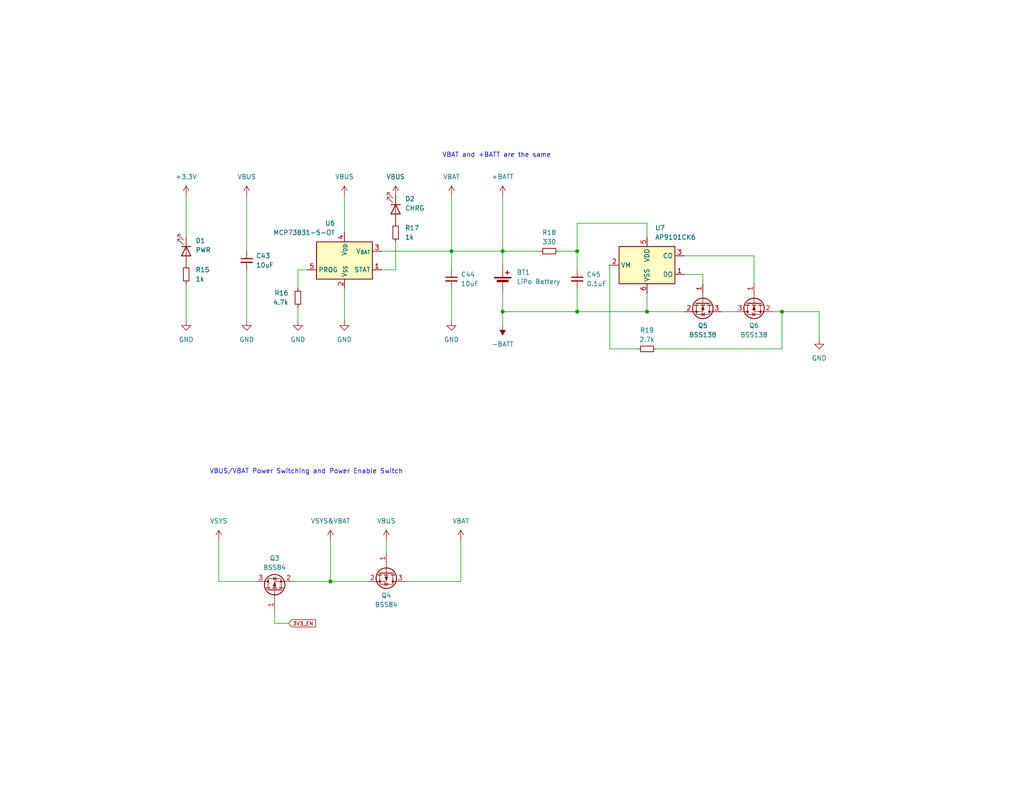
<source format=kicad_sch>
(kicad_sch (version 20231120) (generator "eeschema") (generator_version "8.0")
  (paper "A")
  (title_block (title "pico_synth_sandbox - LiPo Battery Power & Charging") (date "2023-09-19") (rev "2") (comment 3 "pico-synth-sandbox.dcdalrymple.com") (comment 4 "D Cooper Dalrymple"))
  (lib_symbols
    (symbol "Battery_Management:AP9101CK6"
      (property "Reference" "U" (at -7.62 6.35 0))
      (property "Value" "AP9101CK6" (at 7.62 6.35 0))
      (symbol "AP9101CK6_0_1"
        (rectangle (start -7.62 5.08) (end 7.62 -5.08) (stroke (width 0.254)) (fill (type background)))
      )
      (symbol "AP9101CK6_1_1"
        (pin output line (at 10.16 -2.54 180) (length 2.54) (name "DO") (number "1"))
        (pin passive line (at -10.16 0 0) (length 2.54) (name "VM") (number "2"))
        (pin output line (at 10.16 2.54 180) (length 2.54) (name "CO") (number "3"))
        (pin no_connect line (at -7.62 -2.54 0) (length 2.54) hide (name "NC") (number "4"))
        (pin power_in line (at 0 7.62 270) (length 2.54) (name "VDD") (number "5"))
        (pin power_in line (at 0 -7.62 90) (length 2.54) (name "VSS") (number "6"))
      )
    )
    (symbol "Battery_Management:MCP73831-5-OT"
      (property "Reference" "U" (at -7.62 6.35 0))
      (property "Value" "MCP73831-5-OT" (at 1.27 6.35 0))
      (symbol "MCP73831-5-OT_0_1"
        (rectangle (start -7.62 5.08) (end 7.62 -5.08) (stroke (width 0.254)) (fill (type background)))
      )
      (symbol "MCP73831-5-OT_1_1"
        (pin output line (at 10.16 -2.54 180) (length 2.54) (name "STAT") (number "1"))
        (pin power_in line (at 0 -7.62 90) (length 2.54) (name "V_{SS}") (number "2"))
        (pin power_out line (at 10.16 2.54 180) (length 2.54) (name "V_{BAT}") (number "3"))
        (pin power_in line (at 0 7.62 270) (length 2.54) (name "V_{DD}") (number "4"))
        (pin input line (at -10.16 -2.54 0) (length 2.54) (name "PROG") (number "5"))
      )
    )
    (symbol "Device:Battery_Cell" (pin_numbers hide) (pin_names (offset 0) hide)
      (property "Reference" "BT" (at 2.54 2.54 0))
      (property "Value" "Battery_Cell" (at 2.54 0 0))
      (symbol "Battery_Cell_0_1"
        (rectangle (start -2.286 1.778) (end 2.286 1.524) (fill (type outline)))
        (rectangle (start -1.524 1.016) (end 1.524 0.508) (fill (type outline)))
        (polyline (pts (xy 0 0.762) (xy 0 0)))
        (polyline (pts (xy 0 1.778) (xy 0 2.54)))
        (polyline (pts (xy 0.762 3.048) (xy 1.778 3.048)) (stroke (width 0.254)))
        (polyline (pts (xy 1.27 3.556) (xy 1.27 2.54)) (stroke (width 0.254)))
      )
      (symbol "Battery_Cell_1_1"
        (pin passive line (at 0 5.08 270) (length 2.54) (name "+") (number "1"))
        (pin passive line (at 0 -2.54 90) (length 2.54) (name "-") (number "2"))
      )
    )
    (symbol "Device:C_Small" (pin_numbers hide) (pin_names (offset 0.254) hide)
      (property "Reference" "C" (at 0.254 1.778 0))
      (property "Value" "C_Small" (at 0.254 -2.032 0))
      (symbol "C_Small_0_1"
        (polyline (pts (xy -1.524 -0.508) (xy 1.524 -0.508)) (stroke (width 0.3302)))
        (polyline (pts (xy -1.524 0.508) (xy 1.524 0.508)) (stroke (width 0.3048)))
      )
      (symbol "C_Small_1_1"
        (pin passive line (at 0 2.54 270) (length 2.032) (name "~") (number "1"))
        (pin passive line (at 0 -2.54 90) (length 2.032) (name "~") (number "2"))
      )
    )
    (symbol "Device:LED" (pin_numbers hide) (pin_names (offset 1.016) hide)
      (property "Reference" "D" (at 0 2.54 0))
      (property "Value" "LED" (at 0 -2.54 0))
      (symbol "LED_0_1"
        (polyline (pts (xy -1.27 -1.27) (xy -1.27 1.27)) (stroke (width 0.254)))
        (polyline (pts (xy -1.27 0) (xy 1.27 0)))
        (polyline (pts (xy 1.27 -1.27) (xy 1.27 1.27) (xy -1.27 0) (xy 1.27 -1.27)) (stroke (width 0.254)))
        (polyline (pts (xy -3.048 -0.762) (xy -4.572 -2.286) (xy -3.81 -2.286) (xy -4.572 -2.286) (xy -4.572 -1.524)))
        (polyline (pts (xy -1.778 -0.762) (xy -3.302 -2.286) (xy -2.54 -2.286) (xy -3.302 -2.286) (xy -3.302 -1.524)))
      )
      (symbol "LED_1_1"
        (pin passive line (at -3.81 0 0) (length 2.54) (name "K") (number "1"))
        (pin passive line (at 3.81 0 180) (length 2.54) (name "A") (number "2"))
      )
    )
    (symbol "Device:R_Small" (pin_numbers hide) (pin_names (offset 0.254) hide)
      (property "Reference" "R" (at 0.762 0.508 0))
      (property "Value" "R_Small" (at 0.762 -1.016 0))
      (symbol "R_Small_0_1"
        (rectangle (start -0.762 1.778) (end 0.762 -1.778) (stroke (width 0.2032)))
      )
      (symbol "R_Small_1_1"
        (pin passive line (at 0 2.54 270) (length 0.762) (name "~") (number "1"))
        (pin passive line (at 0 -2.54 90) (length 0.762) (name "~") (number "2"))
      )
    )
    (symbol "Transistor_FET:BSS138" (pin_names hide)
      (property "Reference" "Q" (at 5.08 1.905 0))
      (property "Value" "BSS138" (at 5.08 0 0))
      (symbol "BSS138_0_1"
        (polyline (pts (xy 0.254 0) (xy -2.54 0)))
        (polyline (pts (xy 0.254 1.905) (xy 0.254 -1.905)) (stroke (width 0.254)))
        (polyline (pts (xy 0.762 -1.27) (xy 0.762 -2.286)) (stroke (width 0.254)))
        (polyline (pts (xy 0.762 0.508) (xy 0.762 -0.508)) (stroke (width 0.254)))
        (polyline (pts (xy 0.762 2.286) (xy 0.762 1.27)) (stroke (width 0.254)))
        (polyline (pts (xy 2.54 2.54) (xy 2.54 1.778)))
        (polyline (pts (xy 2.54 -2.54) (xy 2.54 0) (xy 0.762 0)))
        (polyline (pts (xy 0.762 -1.778) (xy 3.302 -1.778) (xy 3.302 1.778) (xy 0.762 1.778)))
        (polyline (pts (xy 1.016 0) (xy 2.032 0.381) (xy 2.032 -0.381) (xy 1.016 0)) (fill (type outline)))
        (polyline (pts (xy 2.794 0.508) (xy 2.921 0.381) (xy 3.683 0.381) (xy 3.81 0.254)))
        (polyline (pts (xy 3.302 0.381) (xy 2.921 -0.254) (xy 3.683 -0.254) (xy 3.302 0.381)))
        (circle (center 1.651 0) (radius 2.794) (stroke (width 0.254)))
        (circle (center 2.54 -1.778) (radius 0.254) (fill (type outline)))
        (circle (center 2.54 1.778) (radius 0.254) (fill (type outline)))
      )
      (symbol "BSS138_1_1"
        (pin input line (at -5.08 0 0) (length 2.54) (name "G") (number "1"))
        (pin passive line (at 2.54 -5.08 90) (length 2.54) (name "S") (number "2"))
        (pin passive line (at 2.54 5.08 270) (length 2.54) (name "D") (number "3"))
      )
    )
    (symbol "Transistor_FET:BSS84" (pin_names hide)
      (property "Reference" "Q" (at 5.08 1.905 0))
      (property "Value" "BSS84" (at 5.08 0 0))
      (symbol "BSS84_0_1"
        (polyline (pts (xy 0.254 0) (xy -2.54 0)))
        (polyline (pts (xy 0.254 1.905) (xy 0.254 -1.905)) (stroke (width 0.254)))
        (polyline (pts (xy 0.762 -1.27) (xy 0.762 -2.286)) (stroke (width 0.254)))
        (polyline (pts (xy 0.762 0.508) (xy 0.762 -0.508)) (stroke (width 0.254)))
        (polyline (pts (xy 0.762 2.286) (xy 0.762 1.27)) (stroke (width 0.254)))
        (polyline (pts (xy 2.54 2.54) (xy 2.54 1.778)))
        (polyline (pts (xy 2.54 -2.54) (xy 2.54 0) (xy 0.762 0)))
        (polyline (pts (xy 0.762 1.778) (xy 3.302 1.778) (xy 3.302 -1.778) (xy 0.762 -1.778)))
        (polyline (pts (xy 2.286 0) (xy 1.27 0.381) (xy 1.27 -0.381) (xy 2.286 0)) (fill (type outline)))
        (polyline (pts (xy 2.794 -0.508) (xy 2.921 -0.381) (xy 3.683 -0.381) (xy 3.81 -0.254)))
        (polyline (pts (xy 3.302 -0.381) (xy 2.921 0.254) (xy 3.683 0.254) (xy 3.302 -0.381)))
        (circle (center 1.651 0) (radius 2.794) (stroke (width 0.254)))
        (circle (center 2.54 -1.778) (radius 0.254) (fill (type outline)))
        (circle (center 2.54 1.778) (radius 0.254) (fill (type outline)))
      )
      (symbol "BSS84_1_1"
        (pin input line (at -5.08 0 0) (length 2.54) (name "G") (number "1"))
        (pin passive line (at 2.54 -5.08 90) (length 2.54) (name "S") (number "2"))
        (pin passive line (at 2.54 5.08 270) (length 2.54) (name "D") (number "3"))
      )
    )
    (symbol "pico_synth_sandbox:VBAT" (power) (pin_names (offset 0))
      (property "Value" "VBAT" (at 0 3.81 0))
      (symbol "VBAT_0_1"
        (polyline (pts (xy -0.762 1.27) (xy 0 2.54)))
        (polyline (pts (xy 0 0) (xy 0 2.54)))
        (polyline (pts (xy 0 2.54) (xy 0.762 1.27)))
      )
      (symbol "VBAT_1_1"
        (pin power_in line (at 0 0 90) (length 0) hide (name "VBAT") (number "1"))
      )
    )
    (symbol "pico_synth_sandbox:VSYS" (power) (pin_names (offset 0))
      (property "Value" "VSYS" (at 0 3.81 0))
      (symbol "VSYS_0_1"
        (polyline (pts (xy -0.762 1.27) (xy 0 2.54)))
        (polyline (pts (xy 0 0) (xy 0 2.54)))
        (polyline (pts (xy 0 2.54) (xy 0.762 1.27)))
      )
      (symbol "VSYS_1_1"
        (pin power_in line (at 0 0 90) (length 0) hide (name "VSYS") (number "1"))
      )
    )
    (symbol "pico_synth_sandbox:VSYS&VBAT" (power) (pin_names (offset 0))
      (property "Value" "VSYS&VBAT" (at 0 3.81 0))
      (symbol "VSYS&VBAT_0_1"
        (polyline (pts (xy -0.762 1.27) (xy 0 2.54)))
        (polyline (pts (xy 0 0) (xy 0 2.54)))
        (polyline (pts (xy 0 2.54) (xy 0.762 1.27)))
      )
      (symbol "VSYS&VBAT_1_1"
        (pin power_in line (at 0 0 90) (length 0) hide (name "VSYS&VBAT") (number "1"))
      )
    )
    (symbol "power:+3.3V" (power) (pin_names (offset 0))
      (property "Value" "+3.3V" (at 0 3.556 0))
      (symbol "+3.3V_0_1"
        (polyline (pts (xy -0.762 1.27) (xy 0 2.54)))
        (polyline (pts (xy 0 0) (xy 0 2.54)))
        (polyline (pts (xy 0 2.54) (xy 0.762 1.27)))
      )
      (symbol "+3.3V_1_1"
        (pin power_in line (at 0 0 90) (length 0) hide (name "+3.3V") (number "1"))
      )
    )
    (symbol "power:+BATT" (power) (pin_names (offset 0))
      (property "Value" "+BATT" (at 0 3.556 0))
      (symbol "+BATT_0_1"
        (polyline (pts (xy -0.762 1.27) (xy 0 2.54)))
        (polyline (pts (xy 0 0) (xy 0 2.54)))
        (polyline (pts (xy 0 2.54) (xy 0.762 1.27)))
      )
      (symbol "+BATT_1_1"
        (pin power_in line (at 0 0 90) (length 0) hide (name "+BATT") (number "1"))
      )
    )
    (symbol "power:-BATT" (power) (pin_names (offset 0))
      (property "Value" "-BATT" (at 0 3.556 0))
      (symbol "-BATT_0_1"
        (polyline (pts (xy 0 0) (xy 0 2.54)))
        (polyline (pts (xy 0.762 1.27) (xy -0.762 1.27) (xy 0 2.54) (xy 0.762 1.27)) (fill (type outline)))
      )
      (symbol "-BATT_1_1"
        (pin power_in line (at 0 0 90) (length 0) hide (name "-BATT") (number "1"))
      )
    )
    (symbol "power:GND" (power) (pin_names (offset 0))
      (property "Value" "GND" (at 0 -3.81 0))
      (symbol "GND_0_1"
        (polyline (pts (xy 0 0) (xy 0 -1.27) (xy 1.27 -1.27) (xy 0 -2.54) (xy -1.27 -1.27) (xy 0 -1.27)))
      )
      (symbol "GND_1_1"
        (pin power_in line (at 0 0 270) (length 0) hide (name "GND") (number "1"))
      )
    )
    (symbol "power:VBUS" (power) (pin_names (offset 0))
      (property "Value" "VBUS" (at 0 3.81 0))
      (symbol "VBUS_0_1"
        (polyline (pts (xy -0.762 1.27) (xy 0 2.54)))
        (polyline (pts (xy 0 0) (xy 0 2.54)))
        (polyline (pts (xy 0 2.54) (xy 0.762 1.27)))
      )
      (symbol "VBUS_1_1"
        (pin power_in line (at 0 0 90) (length 0) hide (name "VBUS") (number "1"))
      )
    )
  )
  (junction (at 157.48 85.09))
  (junction (at 137.16 85.09))
  (junction (at 123.19 68.58))
  (junction (at 90.17 158.75))
  (junction (at 157.48 68.58))
  (junction (at 176.53 85.09))
  (junction (at 137.16 68.58))
  (junction (at 213.36 85.09))
  (wire (pts (xy 137.16 68.58) (xy 137.16 72.39)))
  (wire (pts (xy 93.98 87.63) (xy 93.98 78.74)))
  (wire (pts (xy 157.48 85.09) (xy 176.53 85.09)))
  (wire (pts (xy 123.19 68.58) (xy 104.14 68.58)))
  (wire (pts (xy 205.74 69.85) (xy 205.74 77.47)))
  (wire (pts (xy 80.01 158.75) (xy 90.17 158.75)))
  (wire (pts (xy 137.16 68.58) (xy 147.32 68.58)))
  (wire (pts (xy 123.19 53.34) (xy 123.19 68.58)))
  (wire (pts (xy 196.85 85.09) (xy 200.66 85.09)))
  (wire (pts (xy 191.77 74.93) (xy 191.77 77.47)))
  (wire (pts (xy 123.19 78.74) (xy 123.19 87.63)))
  (wire (pts (xy 105.41 147.32) (xy 105.41 151.13)))
  (wire (pts (xy 81.28 87.63) (xy 81.28 83.82)))
  (wire (pts (xy 137.16 85.09) (xy 137.16 88.9)))
  (wire (pts (xy 137.16 80.01) (xy 137.16 85.09)))
  (wire (pts (xy 186.69 69.85) (xy 205.74 69.85)))
  (wire (pts (xy 59.69 158.75) (xy 69.85 158.75)))
  (wire (pts (xy 74.93 166.37) (xy 74.93 170.18)))
  (wire (pts (xy 166.37 72.39) (xy 166.37 95.25)))
  (wire (pts (xy 157.48 68.58) (xy 157.48 60.96)))
  (wire (pts (xy 176.53 85.09) (xy 176.53 80.01)))
  (wire (pts (xy 90.17 158.75) (xy 100.33 158.75)))
  (wire (pts (xy 83.82 73.66) (xy 81.28 73.66)))
  (wire (pts (xy 179.07 95.25) (xy 213.36 95.25)))
  (wire (pts (xy 93.98 53.34) (xy 93.98 63.5)))
  (wire (pts (xy 67.31 87.63) (xy 67.31 73.66)))
  (wire (pts (xy 213.36 85.09) (xy 223.52 85.09)))
  (wire (pts (xy 50.8 64.77) (xy 50.8 53.34)))
  (wire (pts (xy 213.36 95.25) (xy 213.36 85.09)))
  (wire (pts (xy 125.73 158.75) (xy 110.49 158.75)))
  (wire (pts (xy 67.31 53.34) (xy 67.31 68.58)))
  (wire (pts (xy 186.69 74.93) (xy 191.77 74.93)))
  (wire (pts (xy 59.69 147.32) (xy 59.69 158.75)))
  (wire (pts (xy 157.48 60.96) (xy 176.53 60.96)))
  (wire (pts (xy 125.73 147.32) (xy 125.73 158.75)))
  (wire (pts (xy 90.17 147.32) (xy 90.17 158.75)))
  (wire (pts (xy 74.93 170.18) (xy 78.74 170.18)))
  (wire (pts (xy 157.48 78.74) (xy 157.48 85.09)))
  (wire (pts (xy 81.28 73.66) (xy 81.28 78.74)))
  (wire (pts (xy 152.4 68.58) (xy 157.48 68.58)))
  (wire (pts (xy 176.53 60.96) (xy 176.53 64.77)))
  (wire (pts (xy 166.37 95.25) (xy 173.99 95.25)))
  (wire (pts (xy 50.8 77.47) (xy 50.8 87.63)))
  (wire (pts (xy 213.36 85.09) (xy 210.82 85.09)))
  (wire (pts (xy 176.53 85.09) (xy 186.69 85.09)))
  (wire (pts (xy 137.16 85.09) (xy 157.48 85.09)))
  (wire (pts (xy 104.14 73.66) (xy 107.95 73.66)))
  (wire (pts (xy 137.16 53.34) (xy 137.16 68.58)))
  (wire (pts (xy 157.48 68.58) (xy 157.48 73.66)))
  (wire (pts (xy 223.52 85.09) (xy 223.52 92.71)))
  (wire (pts (xy 123.19 68.58) (xy 123.19 73.66)))
  (wire (pts (xy 123.19 68.58) (xy 137.16 68.58)))
  (wire (pts (xy 107.95 73.66) (xy 107.95 66.04)))
  (text "VBAT and +BATT are the same" (at 120.65 43.18 0) (effects (font (size 1.27 1.27)) (justify left bottom)))
  (text "VBUS/VBAT Power Switching and Power Enable Switch" (at 57.15 129.54 0) (effects (font (size 1.27 1.27)) (justify left bottom)))
  (global_label "3V3_EN" (shape input) (at 78.74 170.18 0) (effects (font (size 1 1))) (property "Intersheetrefs" "${INTERSHEET_REFS}" (effects (hide yes))))
  (symbol (lib_id "power:+BATT") (at 137.16 53.34 0) (unit 1)
    (property "Reference" "#PWR0120" (effects (hide yes)))
    (property "Value" "+BATT" (at 137.16 48.26 0))
  )
  (symbol (lib_id "pico_synth_sandbox:VBAT") (at 123.19 53.34 0) (unit 1)
    (property "Reference" "#PWR0117" (effects (hide yes)))
    (property "Value" "VBAT" (at 123.19 48.26 0))
  )
  (symbol (lib_id "power:GND") (at 123.19 87.63 0) (unit 1)
    (property "Reference" "#PWR0118" (effects (hide yes)))
    (property "Value" "GND" (at 123.19 92.71 0))
  )
  (symbol (lib_id "pico_synth_sandbox:VSYS") (at 59.69 147.32 0) (unit 1)
    (property "Reference" "#PWR0108" (effects (hide yes)))
    (property "Value" "VSYS" (at 59.69 142.24 0))
  )
  (symbol (lib_id "Battery_Management:AP9101CK6") (at 176.53 72.39 0) (unit 1)
    (property "Reference" "U7" (at 178.7241 62.23 0) (effects (justify left)))
    (property "Value" "AP9101CK6" (at 178.7241 64.77 0) (effects (justify left)))
    (property "Footprint" "Package_TO_SOT_SMD:SOT-23-6" (effects (hide yes)))
    (property "Datasheet" "https://www.diodes.com/assets/Datasheets/AP9101C.pdf" (effects (hide yes)))
  )
  (symbol (lib_id "power:GND") (at 67.31 87.63 0) (unit 1)
    (property "Reference" "#PWR0110" (effects (hide yes)))
    (property "Value" "GND" (at 67.31 92.71 0))
  )
  (symbol (lib_id "power:GND") (at 223.52 92.71 0) (unit 1)
    (property "Reference" "#PWR0122" (effects (hide yes)))
    (property "Value" "GND" (at 223.52 97.79 0))
  )
  (symbol (lib_id "Transistor_FET:BSS84") (at 105.41 156.21 270) (unit 1)
    (property "Reference" "Q4" (at 105.41 162.56 90))
    (property "Value" "BSS84" (at 105.41 165.1 90))
    (property "Footprint" "Package_TO_SOT_SMD:SOT-23_Handsoldering" (effects (hide yes)))
    (property "Datasheet" "http://assets.nexperia.com/documents/data-sheet/BSS84.pdf" (effects (hide yes)))
  )
  (symbol (lib_id "Transistor_FET:BSS84") (at 74.93 161.29 90) (unit 1)
    (property "Reference" "Q3" (at 74.93 152.4 90))
    (property "Value" "BSS84" (at 74.93 154.94 90))
    (property "Footprint" "Package_TO_SOT_SMD:SOT-23_Handsoldering" (effects (hide yes)))
    (property "Datasheet" "http://assets.nexperia.com/documents/data-sheet/BSS84.pdf" (effects (hide yes)))
  )
  (symbol (lib_id "Device:R_Small") (at 107.95 63.5 0) (unit 1)
    (property "Reference" "R17" (at 110.49 62.23 0) (effects (justify left)))
    (property "Value" "1k" (at 110.49 64.77 0) (effects (justify left)))
    (property "Footprint" "Resistor_SMD:R_0805_2012Metric_Pad1.20x1.40mm_HandSolder" (effects (hide yes)))
  )
  (symbol (lib_id "power:VBUS") (at 107.95 53.34 0) (unit 1)
    (property "Reference" "#PWR0116" (effects (hide yes)))
    (property "Value" "VBUS" (at 107.95 48.26 0))
  )
  (symbol (lib_id "Battery_Management:MCP73831-5-OT") (at 93.98 71.12 0) (unit 1)
    (property "Reference" "U6" (at 91.44 60.96 0) (effects (justify right)))
    (property "Value" "MCP73831-5-OT" (at 91.44 63.5 0) (effects (justify right)))
    (property "Footprint" "Package_TO_SOT_SMD:SOT-23-5" (effects (hide yes)))
    (property "Datasheet" "http://ww1.microchip.com/downloads/en/DeviceDoc/20001984g.pdf" (effects (hide yes)))
  )
  (symbol (lib_id "power:GND") (at 93.98 87.63 0) (unit 1)
    (property "Reference" "#PWR0114" (effects (hide yes)))
    (property "Value" "GND" (at 93.98 92.71 0))
  )
  (symbol (lib_id "Device:C_Small") (at 67.31 71.12 0) (unit 1)
    (property "Reference" "C43" (at 69.85 69.8563 0) (effects (justify left)))
    (property "Value" "10uF" (at 69.85 72.3963 0) (effects (justify left)))
    (property "Footprint" "Capacitor_SMD:C_0805_2012Metric_Pad1.18x1.45mm_HandSolder" (effects (hide yes)))
  )
  (symbol (lib_id "Device:C_Small") (at 157.48 76.2 0) (unit 1)
    (property "Reference" "C45" (at 160.02 74.9363 0) (effects (justify left)))
    (property "Value" "0.1uF" (at 160.02 77.4763 0) (effects (justify left)))
    (property "Footprint" "Capacitor_SMD:C_0805_2012Metric_Pad1.18x1.45mm_HandSolder" (effects (hide yes)))
  )
  (symbol (lib_id "Device:R_Small") (at 81.28 81.28 0) (mirror y) (unit 1)
    (property "Reference" "R16" (at 78.74 80.01 0) (effects (justify left)))
    (property "Value" "4.7k" (at 78.74 82.55 0) (effects (justify left)))
    (property "Footprint" "Resistor_SMD:R_0805_2012Metric_Pad1.20x1.40mm_HandSolder" (effects (hide yes)))
  )
  (symbol (lib_id "power:VBUS") (at 93.98 53.34 0) (unit 1)
    (property "Reference" "#PWR0113" (effects (hide yes)))
    (property "Value" "VBUS" (at 93.98 48.26 0))
  )
  (symbol (lib_id "power:VBUS") (at 105.41 147.32 0) (unit 1)
    (property "Reference" "#PWR0115" (effects (hide yes)))
    (property "Value" "VBUS" (at 105.41 142.24 0))
  )
  (symbol (lib_id "power:-BATT") (at 137.16 88.9 180) (unit 1)
    (property "Reference" "#PWR0121" (effects (hide yes)))
    (property "Value" "-BATT" (at 137.16 93.98 0))
  )
  (symbol (lib_id "Device:Battery_Cell") (at 137.16 77.47 0) (unit 1)
    (property "Reference" "BT1" (at 140.97 74.3585 0) (effects (justify left)))
    (property "Value" "LiPo Battery" (at 140.97 76.8985 0) (effects (justify left)))
    (property "Footprint" "Connector_JST:JST_PH_S2B-PH-SM4-TB_1x02-1MP_P2.00mm_Horizontal" (effects (hide yes)))
  )
  (symbol (lib_id "Transistor_FET:BSS138") (at 191.77 82.55 270) (unit 1)
    (property "Reference" "Q5" (at 191.77 88.9 90))
    (property "Value" "BSS138" (at 191.77 91.44 90))
    (property "Footprint" "Package_TO_SOT_SMD:SOT-23_Handsoldering" (effects (hide yes)))
    (property "Datasheet" "https://www.onsemi.com/pub/Collateral/BSS138-D.PDF" (effects (hide yes)))
  )
  (symbol (lib_id "pico_synth_sandbox:VBAT") (at 125.73 147.32 0) (unit 1)
    (property "Reference" "#PWR0119" (effects (hide yes)))
    (property "Value" "VBAT" (at 125.73 142.24 0))
  )
  (symbol (lib_id "Transistor_FET:BSS138") (at 205.74 82.55 90) (mirror x) (unit 1)
    (property "Reference" "Q6" (at 205.74 88.9 90))
    (property "Value" "BSS138" (at 205.74 91.44 90))
    (property "Footprint" "Package_TO_SOT_SMD:SOT-23_Handsoldering" (effects (hide yes)))
    (property "Datasheet" "https://www.onsemi.com/pub/Collateral/BSS138-D.PDF" (effects (hide yes)))
  )
  (symbol (lib_id "Device:LED") (at 50.8 68.58 270) (unit 1)
    (property "Reference" "D1" (at 53.34 65.7225 90) (effects (justify left)))
    (property "Value" "PWR" (at 53.34 68.2625 90) (effects (justify left)))
    (property "Footprint" "LED_SMD:LED_0805_2012Metric_Pad1.15x1.40mm_HandSolder" (effects (hide yes)))
  )
  (symbol (lib_id "pico_synth_sandbox:VSYS&VBAT") (at 90.17 147.32 0) (unit 1)
    (property "Reference" "#PWR0112" (effects (hide yes)))
    (property "Value" "VSYS&VBAT" (at 90.17 142.24 0))
  )
  (symbol (lib_id "Device:R_Small") (at 50.8 74.93 0) (unit 1)
    (property "Reference" "R15" (at 53.34 73.66 0) (effects (justify left)))
    (property "Value" "1k" (at 53.34 76.2 0) (effects (justify left)))
    (property "Footprint" "Resistor_SMD:R_0805_2012Metric_Pad1.20x1.40mm_HandSolder" (effects (hide yes)))
  )
  (symbol (lib_id "Device:C_Small") (at 123.19 76.2 0) (unit 1)
    (property "Reference" "C44" (at 125.73 74.9363 0) (effects (justify left)))
    (property "Value" "10uF" (at 125.73 77.4763 0) (effects (justify left)))
    (property "Footprint" "Capacitor_SMD:C_0805_2012Metric_Pad1.18x1.45mm_HandSolder" (effects (hide yes)))
  )
  (symbol (lib_id "power:+3.3V") (at 50.8 53.34 0) (unit 1)
    (property "Reference" "#PWR0106" (effects (hide yes)))
    (property "Value" "+3.3V" (at 50.8 48.26 0))
  )
  (symbol (lib_id "power:GND") (at 81.28 87.63 0) (unit 1)
    (property "Reference" "#PWR0111" (effects (hide yes)))
    (property "Value" "GND" (at 81.28 92.71 0))
  )
  (symbol (lib_id "Device:R_Small") (at 149.86 68.58 90) (unit 1)
    (property "Reference" "R18" (at 149.86 63.5 90))
    (property "Value" "330" (at 149.86 66.04 90))
    (property "Footprint" "Resistor_SMD:R_0805_2012Metric_Pad1.20x1.40mm_HandSolder" (effects (hide yes)))
  )
  (symbol (lib_id "power:VBUS") (at 67.31 53.34 0) (unit 1)
    (property "Reference" "#PWR0109" (effects (hide yes)))
    (property "Value" "VBUS" (at 67.31 48.26 0))
  )
  (symbol (lib_id "Device:R_Small") (at 176.53 95.25 90) (unit 1)
    (property "Reference" "R19" (at 176.53 90.17 90))
    (property "Value" "2.7k" (at 176.53 92.71 90))
    (property "Footprint" "Resistor_SMD:R_0805_2012Metric_Pad1.20x1.40mm_HandSolder" (effects (hide yes)))
  )
  (symbol (lib_id "power:GND") (at 50.8 87.63 0) (unit 1)
    (property "Reference" "#PWR0107" (effects (hide yes)))
    (property "Value" "GND" (at 50.8 92.71 0))
  )
  (symbol (lib_id "Device:LED") (at 107.95 57.15 270) (unit 1)
    (property "Reference" "D2" (at 110.49 54.2925 90) (effects (justify left)))
    (property "Value" "CHRG" (at 110.49 56.8325 90) (effects (justify left)))
    (property "Footprint" "LED_SMD:LED_0805_2012Metric_Pad1.15x1.40mm_HandSolder" (effects (hide yes)))
  )
)
</source>
